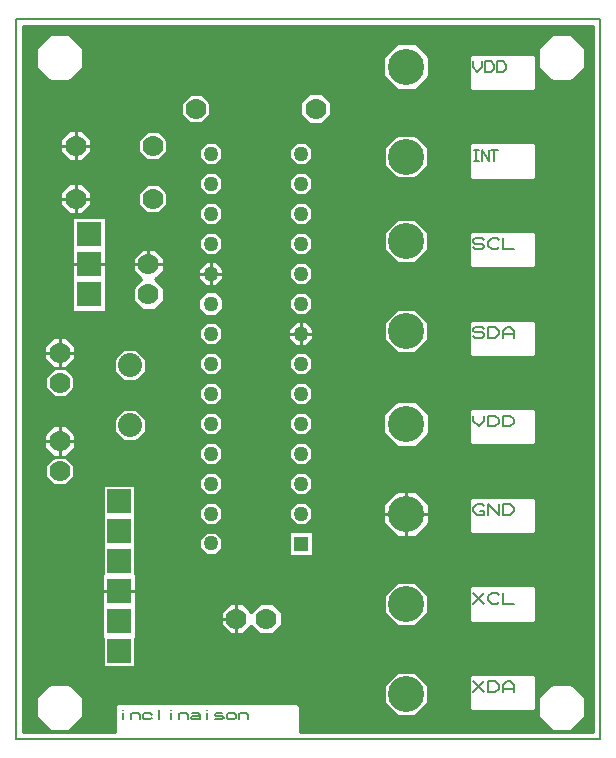
<source format=gbr>
G04 PROTEUS GERBER X2 FILE*
%TF.GenerationSoftware,Labcenter,Proteus,8.12-SP2-Build31155*%
%TF.CreationDate,2022-10-21T15:13:51+00:00*%
%TF.FileFunction,Copper,L1,Top*%
%TF.FilePolarity,Positive*%
%TF.Part,Single*%
%TF.SameCoordinates,{a4a464b1-79f5-4a4b-a632-db850109d18e}*%
%FSLAX45Y45*%
%MOMM*%
G01*
%TA.AperFunction,Conductor*%
%ADD10C,0.254000*%
%TA.AperFunction,ComponentPad*%
%ADD11C,3.048000*%
%ADD12C,1.778000*%
%TA.AperFunction,ComponentPad*%
%ADD13R,1.270000X1.270000*%
%ADD14C,1.270000*%
%TA.AperFunction,ComponentPad*%
%ADD15R,2.032000X2.032000*%
%TA.AperFunction,ComponentPad*%
%ADD16C,2.032000*%
%TA.AperFunction,Profile*%
%ADD17C,0.203200*%
%TA.AperFunction,NonConductor*%
%ADD18C,0.203200*%
%TD.AperFunction*%
G36*
X-2735960Y-955040D02*
X-5216980Y-955040D01*
X-5216980Y-736324D01*
X-5236324Y-716980D01*
X-6763676Y-716980D01*
X-6783020Y-736324D01*
X-6783020Y-955040D01*
X-7559040Y-955040D01*
X-7559040Y+5019040D01*
X-2735960Y+5019040D01*
X-2735960Y-955040D01*
G37*
%LPC*%
G36*
X-3216980Y+4763676D02*
X-3216980Y+4486324D01*
X-3236324Y+4466980D01*
X-3763676Y+4466980D01*
X-3783020Y+4486324D01*
X-3783020Y+4763676D01*
X-3763676Y+4783020D01*
X-3236324Y+4783020D01*
X-3216980Y+4763676D01*
G37*
G36*
X-3216980Y+4013676D02*
X-3216980Y+3736324D01*
X-3236324Y+3716980D01*
X-3763676Y+3716980D01*
X-3783020Y+3736324D01*
X-3783020Y+4013676D01*
X-3763676Y+4033020D01*
X-3236324Y+4033020D01*
X-3216980Y+4013676D01*
G37*
G36*
X-3216980Y+3263676D02*
X-3216980Y+2986324D01*
X-3236324Y+2966980D01*
X-3763676Y+2966980D01*
X-3783020Y+2986324D01*
X-3783020Y+3263676D01*
X-3763676Y+3283020D01*
X-3236324Y+3283020D01*
X-3216980Y+3263676D01*
G37*
G36*
X-3216980Y+2513676D02*
X-3216980Y+2236324D01*
X-3236324Y+2216980D01*
X-3763676Y+2216980D01*
X-3783020Y+2236324D01*
X-3783020Y+2513676D01*
X-3763676Y+2533020D01*
X-3236324Y+2533020D01*
X-3216980Y+2513676D01*
G37*
G36*
X-3216980Y+1763676D02*
X-3216980Y+1486324D01*
X-3236324Y+1466980D01*
X-3763676Y+1466980D01*
X-3783020Y+1486324D01*
X-3783020Y+1763676D01*
X-3763676Y+1783020D01*
X-3236324Y+1783020D01*
X-3216980Y+1763676D01*
G37*
G36*
X-3216980Y+1013676D02*
X-3216980Y+736324D01*
X-3236324Y+716980D01*
X-3763676Y+716980D01*
X-3783020Y+736324D01*
X-3783020Y+1013676D01*
X-3763676Y+1033020D01*
X-3236324Y+1033020D01*
X-3216980Y+1013676D01*
G37*
G36*
X-3216980Y+263676D02*
X-3216980Y-13676D01*
X-3236324Y-33020D01*
X-3763676Y-33020D01*
X-3783020Y-13676D01*
X-3783020Y+263676D01*
X-3763676Y+283020D01*
X-3236324Y+283020D01*
X-3216980Y+263676D01*
G37*
G36*
X-3216980Y-486324D02*
X-3216980Y-763676D01*
X-3236324Y-783020D01*
X-3763676Y-783020D01*
X-3783020Y-763676D01*
X-3783020Y-486324D01*
X-3763676Y-466980D01*
X-3236324Y-466980D01*
X-3216980Y-486324D01*
G37*
G36*
X-4128581Y+3275803D02*
X-4128581Y+3122197D01*
X-4237197Y+3013581D01*
X-4390803Y+3013581D01*
X-4499419Y+3122197D01*
X-4499419Y+3275803D01*
X-4390803Y+3384419D01*
X-4237197Y+3384419D01*
X-4128581Y+3275803D01*
G37*
G36*
X-4128581Y+2513803D02*
X-4128581Y+2360197D01*
X-4237197Y+2251581D01*
X-4390803Y+2251581D01*
X-4499419Y+2360197D01*
X-4499419Y+2513803D01*
X-4390803Y+2622419D01*
X-4237197Y+2622419D01*
X-4128581Y+2513803D01*
G37*
G36*
X-4118421Y+4756011D02*
X-4118421Y+4593989D01*
X-4232989Y+4479421D01*
X-4395011Y+4479421D01*
X-4509579Y+4593989D01*
X-4509579Y+4756011D01*
X-4395011Y+4870579D01*
X-4232989Y+4870579D01*
X-4118421Y+4756011D01*
G37*
G36*
X-4128581Y+3989803D02*
X-4128581Y+3836197D01*
X-4237197Y+3727581D01*
X-4390803Y+3727581D01*
X-4499419Y+3836197D01*
X-4499419Y+3989803D01*
X-4390803Y+4098419D01*
X-4237197Y+4098419D01*
X-4128581Y+3989803D01*
G37*
G36*
X-4128581Y+203803D02*
X-4128581Y+50197D01*
X-4237197Y-58419D01*
X-4390803Y-58419D01*
X-4499419Y+50197D01*
X-4499419Y+203803D01*
X-4390803Y+312419D01*
X-4237197Y+312419D01*
X-4128581Y+203803D01*
G37*
G36*
X-4128581Y-558197D02*
X-4128581Y-711803D01*
X-4237197Y-820419D01*
X-4390803Y-820419D01*
X-4499419Y-711803D01*
X-4499419Y-558197D01*
X-4390803Y-449581D01*
X-4237197Y-449581D01*
X-4128581Y-558197D01*
G37*
G36*
X-4118421Y+1732011D02*
X-4118421Y+1569989D01*
X-4232989Y+1455421D01*
X-4395011Y+1455421D01*
X-4509579Y+1569989D01*
X-4509579Y+1732011D01*
X-4395011Y+1846579D01*
X-4232989Y+1846579D01*
X-4118421Y+1732011D01*
G37*
G36*
X-4118421Y+970011D02*
X-4118421Y+807989D01*
X-4232989Y+693421D01*
X-4395011Y+693421D01*
X-4509579Y+807989D01*
X-4509579Y+970011D01*
X-4395011Y+1084579D01*
X-4232989Y+1084579D01*
X-4118421Y+970011D01*
G37*
G36*
X-6217919Y+4267499D02*
X-6217919Y+4368501D01*
X-6146501Y+4439919D01*
X-6045499Y+4439919D01*
X-5974081Y+4368501D01*
X-5974081Y+4267499D01*
X-6045499Y+4196081D01*
X-6146501Y+4196081D01*
X-6217919Y+4267499D01*
G37*
G36*
X-5212079Y+4263291D02*
X-5212079Y+4372709D01*
X-5134709Y+4450079D01*
X-5025291Y+4450079D01*
X-4947921Y+4372709D01*
X-4947921Y+4263291D01*
X-5025291Y+4185921D01*
X-5134709Y+4185921D01*
X-5212079Y+4263291D01*
G37*
G36*
X-7244079Y+3951291D02*
X-7244079Y+4060709D01*
X-7166709Y+4138079D01*
X-7057291Y+4138079D01*
X-6979921Y+4060709D01*
X-6979921Y+3951291D01*
X-7057291Y+3873921D01*
X-7166709Y+3873921D01*
X-7244079Y+3951291D01*
G37*
G36*
X-6583919Y+3955499D02*
X-6583919Y+4056501D01*
X-6512501Y+4127919D01*
X-6411499Y+4127919D01*
X-6340081Y+4056501D01*
X-6340081Y+3955499D01*
X-6411499Y+3884081D01*
X-6512501Y+3884081D01*
X-6583919Y+3955499D01*
G37*
G36*
X-6583919Y+3505499D02*
X-6583919Y+3606501D01*
X-6512501Y+3677919D01*
X-6411499Y+3677919D01*
X-6340081Y+3606501D01*
X-6340081Y+3505499D01*
X-6411499Y+3434081D01*
X-6512501Y+3434081D01*
X-6583919Y+3505499D01*
G37*
G36*
X-7244079Y+3501291D02*
X-7244079Y+3610709D01*
X-7166709Y+3688079D01*
X-7057291Y+3688079D01*
X-6979921Y+3610709D01*
X-6979921Y+3501291D01*
X-7057291Y+3423921D01*
X-7166709Y+3423921D01*
X-7244079Y+3501291D01*
G37*
G36*
X-5102861Y+530861D02*
X-5311139Y+530861D01*
X-5311139Y+739139D01*
X-5102861Y+739139D01*
X-5102861Y+530861D01*
G37*
G36*
X-5110481Y+928979D02*
X-5110481Y+849021D01*
X-5167021Y+792481D01*
X-5246979Y+792481D01*
X-5303519Y+849021D01*
X-5303519Y+928979D01*
X-5246979Y+985519D01*
X-5167021Y+985519D01*
X-5110481Y+928979D01*
G37*
G36*
X-5110481Y+1182979D02*
X-5110481Y+1103021D01*
X-5167021Y+1046481D01*
X-5246979Y+1046481D01*
X-5303519Y+1103021D01*
X-5303519Y+1182979D01*
X-5246979Y+1239519D01*
X-5167021Y+1239519D01*
X-5110481Y+1182979D01*
G37*
G36*
X-5110481Y+1436979D02*
X-5110481Y+1357021D01*
X-5167021Y+1300481D01*
X-5246979Y+1300481D01*
X-5303519Y+1357021D01*
X-5303519Y+1436979D01*
X-5246979Y+1493519D01*
X-5167021Y+1493519D01*
X-5110481Y+1436979D01*
G37*
G36*
X-5110481Y+1690979D02*
X-5110481Y+1611021D01*
X-5167021Y+1554481D01*
X-5246979Y+1554481D01*
X-5303519Y+1611021D01*
X-5303519Y+1690979D01*
X-5246979Y+1747519D01*
X-5167021Y+1747519D01*
X-5110481Y+1690979D01*
G37*
G36*
X-5110481Y+1944979D02*
X-5110481Y+1865021D01*
X-5167021Y+1808481D01*
X-5246979Y+1808481D01*
X-5303519Y+1865021D01*
X-5303519Y+1944979D01*
X-5246979Y+2001519D01*
X-5167021Y+2001519D01*
X-5110481Y+1944979D01*
G37*
G36*
X-5110481Y+2198979D02*
X-5110481Y+2119021D01*
X-5167021Y+2062481D01*
X-5246979Y+2062481D01*
X-5303519Y+2119021D01*
X-5303519Y+2198979D01*
X-5246979Y+2255519D01*
X-5167021Y+2255519D01*
X-5110481Y+2198979D01*
G37*
G36*
X-5100321Y+2457188D02*
X-5100321Y+2368812D01*
X-5162812Y+2306321D01*
X-5251188Y+2306321D01*
X-5313679Y+2368812D01*
X-5313679Y+2457188D01*
X-5251188Y+2519679D01*
X-5162812Y+2519679D01*
X-5100321Y+2457188D01*
G37*
G36*
X-5110481Y+2706979D02*
X-5110481Y+2627021D01*
X-5167021Y+2570481D01*
X-5246979Y+2570481D01*
X-5303519Y+2627021D01*
X-5303519Y+2706979D01*
X-5246979Y+2763519D01*
X-5167021Y+2763519D01*
X-5110481Y+2706979D01*
G37*
G36*
X-5110481Y+2960979D02*
X-5110481Y+2881021D01*
X-5167021Y+2824481D01*
X-5246979Y+2824481D01*
X-5303519Y+2881021D01*
X-5303519Y+2960979D01*
X-5246979Y+3017519D01*
X-5167021Y+3017519D01*
X-5110481Y+2960979D01*
G37*
G36*
X-5110481Y+3214979D02*
X-5110481Y+3135021D01*
X-5167021Y+3078481D01*
X-5246979Y+3078481D01*
X-5303519Y+3135021D01*
X-5303519Y+3214979D01*
X-5246979Y+3271519D01*
X-5167021Y+3271519D01*
X-5110481Y+3214979D01*
G37*
G36*
X-5110481Y+3468979D02*
X-5110481Y+3389021D01*
X-5167021Y+3332481D01*
X-5246979Y+3332481D01*
X-5303519Y+3389021D01*
X-5303519Y+3468979D01*
X-5246979Y+3525519D01*
X-5167021Y+3525519D01*
X-5110481Y+3468979D01*
G37*
G36*
X-5110481Y+3722979D02*
X-5110481Y+3643021D01*
X-5167021Y+3586481D01*
X-5246979Y+3586481D01*
X-5303519Y+3643021D01*
X-5303519Y+3722979D01*
X-5246979Y+3779519D01*
X-5167021Y+3779519D01*
X-5110481Y+3722979D01*
G37*
G36*
X-5110481Y+3976979D02*
X-5110481Y+3897021D01*
X-5167021Y+3840481D01*
X-5246979Y+3840481D01*
X-5303519Y+3897021D01*
X-5303519Y+3976979D01*
X-5246979Y+4033519D01*
X-5167021Y+4033519D01*
X-5110481Y+3976979D01*
G37*
G36*
X-5872481Y+3976979D02*
X-5872481Y+3897021D01*
X-5929021Y+3840481D01*
X-6008979Y+3840481D01*
X-6065519Y+3897021D01*
X-6065519Y+3976979D01*
X-6008979Y+4033519D01*
X-5929021Y+4033519D01*
X-5872481Y+3976979D01*
G37*
G36*
X-5872481Y+3722979D02*
X-5872481Y+3643021D01*
X-5929021Y+3586481D01*
X-6008979Y+3586481D01*
X-6065519Y+3643021D01*
X-6065519Y+3722979D01*
X-6008979Y+3779519D01*
X-5929021Y+3779519D01*
X-5872481Y+3722979D01*
G37*
G36*
X-5872481Y+3468979D02*
X-5872481Y+3389021D01*
X-5929021Y+3332481D01*
X-6008979Y+3332481D01*
X-6065519Y+3389021D01*
X-6065519Y+3468979D01*
X-6008979Y+3525519D01*
X-5929021Y+3525519D01*
X-5872481Y+3468979D01*
G37*
G36*
X-5872481Y+3214979D02*
X-5872481Y+3135021D01*
X-5929021Y+3078481D01*
X-6008979Y+3078481D01*
X-6065519Y+3135021D01*
X-6065519Y+3214979D01*
X-6008979Y+3271519D01*
X-5929021Y+3271519D01*
X-5872481Y+3214979D01*
G37*
G36*
X-5862321Y+2965188D02*
X-5862321Y+2876812D01*
X-5924812Y+2814321D01*
X-6013188Y+2814321D01*
X-6075679Y+2876812D01*
X-6075679Y+2965188D01*
X-6013188Y+3027679D01*
X-5924812Y+3027679D01*
X-5862321Y+2965188D01*
G37*
G36*
X-5862321Y+2711188D02*
X-5862321Y+2622812D01*
X-5924812Y+2560321D01*
X-6013188Y+2560321D01*
X-6075679Y+2622812D01*
X-6075679Y+2711188D01*
X-6013188Y+2773679D01*
X-5924812Y+2773679D01*
X-5862321Y+2711188D01*
G37*
G36*
X-5872481Y+2452979D02*
X-5872481Y+2373021D01*
X-5929021Y+2316481D01*
X-6008979Y+2316481D01*
X-6065519Y+2373021D01*
X-6065519Y+2452979D01*
X-6008979Y+2509519D01*
X-5929021Y+2509519D01*
X-5872481Y+2452979D01*
G37*
G36*
X-5872481Y+2198979D02*
X-5872481Y+2119021D01*
X-5929021Y+2062481D01*
X-6008979Y+2062481D01*
X-6065519Y+2119021D01*
X-6065519Y+2198979D01*
X-6008979Y+2255519D01*
X-5929021Y+2255519D01*
X-5872481Y+2198979D01*
G37*
G36*
X-5872481Y+1944979D02*
X-5872481Y+1865021D01*
X-5929021Y+1808481D01*
X-6008979Y+1808481D01*
X-6065519Y+1865021D01*
X-6065519Y+1944979D01*
X-6008979Y+2001519D01*
X-5929021Y+2001519D01*
X-5872481Y+1944979D01*
G37*
G36*
X-5872481Y+1690979D02*
X-5872481Y+1611021D01*
X-5929021Y+1554481D01*
X-6008979Y+1554481D01*
X-6065519Y+1611021D01*
X-6065519Y+1690979D01*
X-6008979Y+1747519D01*
X-5929021Y+1747519D01*
X-5872481Y+1690979D01*
G37*
G36*
X-5872481Y+1436979D02*
X-5872481Y+1357021D01*
X-5929021Y+1300481D01*
X-6008979Y+1300481D01*
X-6065519Y+1357021D01*
X-6065519Y+1436979D01*
X-6008979Y+1493519D01*
X-5929021Y+1493519D01*
X-5872481Y+1436979D01*
G37*
G36*
X-5872481Y+1182979D02*
X-5872481Y+1103021D01*
X-5929021Y+1046481D01*
X-6008979Y+1046481D01*
X-6065519Y+1103021D01*
X-6065519Y+1182979D01*
X-6008979Y+1239519D01*
X-5929021Y+1239519D01*
X-5872481Y+1182979D01*
G37*
G36*
X-5872481Y+928979D02*
X-5872481Y+849021D01*
X-5929021Y+792481D01*
X-6008979Y+792481D01*
X-6065519Y+849021D01*
X-6065519Y+928979D01*
X-6008979Y+985519D01*
X-5929021Y+985519D01*
X-5872481Y+928979D01*
G37*
G36*
X-5872481Y+676979D02*
X-5872481Y+597021D01*
X-5929021Y+540481D01*
X-6008979Y+540481D01*
X-6065519Y+597021D01*
X-6065519Y+676979D01*
X-6008979Y+733519D01*
X-5929021Y+733519D01*
X-5872481Y+676979D01*
G37*
G36*
X-6855221Y+3109221D02*
X-6855221Y+2601221D01*
X-7144779Y+2601221D01*
X-7144779Y+3398779D01*
X-6855221Y+3398779D01*
X-6855221Y+3109221D01*
G37*
G36*
X-6599239Y+1503381D02*
X-6710761Y+1503381D01*
X-6789619Y+1582239D01*
X-6789619Y+1693761D01*
X-6710761Y+1772619D01*
X-6599239Y+1772619D01*
X-6520381Y+1693761D01*
X-6520381Y+1582239D01*
X-6599239Y+1503381D01*
G37*
G36*
X-6599239Y+2011381D02*
X-6710761Y+2011381D01*
X-6789619Y+2090239D01*
X-6789619Y+2201761D01*
X-6710761Y+2280619D01*
X-6599239Y+2280619D01*
X-6520381Y+2201761D01*
X-6520381Y+2090239D01*
X-6599239Y+2011381D01*
G37*
G36*
X-5367921Y+54709D02*
X-5367921Y-54709D01*
X-5445291Y-132079D01*
X-5554709Y-132079D01*
X-5627000Y-59788D01*
X-5699291Y-132079D01*
X-5808709Y-132079D01*
X-5886079Y-54709D01*
X-5886079Y+54709D01*
X-5808709Y+132079D01*
X-5699291Y+132079D01*
X-5627000Y+59788D01*
X-5554709Y+132079D01*
X-5445291Y+132079D01*
X-5367921Y+54709D01*
G37*
G36*
X-6367921Y+3054709D02*
X-6367921Y+2945291D01*
X-6440212Y+2873000D01*
X-6367921Y+2800709D01*
X-6367921Y+2691291D01*
X-6445291Y+2613921D01*
X-6554709Y+2613921D01*
X-6632079Y+2691291D01*
X-6632079Y+2800709D01*
X-6559788Y+2873000D01*
X-6632079Y+2945291D01*
X-6632079Y+3054709D01*
X-6554709Y+3132079D01*
X-6445291Y+3132079D01*
X-6367921Y+3054709D01*
G37*
G36*
X-7304709Y+2386079D02*
X-7195291Y+2386079D01*
X-7117921Y+2308709D01*
X-7117921Y+2199291D01*
X-7195291Y+2121921D01*
X-7304709Y+2121921D01*
X-7382079Y+2199291D01*
X-7382079Y+2308709D01*
X-7304709Y+2386079D01*
G37*
G36*
X-7300501Y+2121919D02*
X-7199499Y+2121919D01*
X-7128081Y+2050501D01*
X-7128081Y+1949499D01*
X-7199499Y+1878081D01*
X-7300501Y+1878081D01*
X-7371919Y+1949499D01*
X-7371919Y+2050501D01*
X-7300501Y+2121919D01*
G37*
G36*
X-7304709Y+1636079D02*
X-7195291Y+1636079D01*
X-7117921Y+1558709D01*
X-7117921Y+1449291D01*
X-7195291Y+1371921D01*
X-7304709Y+1371921D01*
X-7382079Y+1449291D01*
X-7382079Y+1558709D01*
X-7304709Y+1636079D01*
G37*
G36*
X-7300501Y+1371919D02*
X-7199499Y+1371919D01*
X-7128081Y+1300501D01*
X-7128081Y+1199499D01*
X-7199499Y+1128081D01*
X-7300501Y+1128081D01*
X-7371919Y+1199499D01*
X-7371919Y+1300501D01*
X-7300501Y+1371919D01*
G37*
G36*
X-6615381Y+865381D02*
X-6615381Y+382779D01*
X-6605221Y+382779D01*
X-6605221Y-160779D01*
X-6615381Y-160779D01*
X-6615381Y-404619D01*
X-6884619Y-404619D01*
X-6884619Y-160779D01*
X-6894779Y-160779D01*
X-6894779Y+382779D01*
X-6884619Y+382779D01*
X-6884619Y+1134619D01*
X-6615381Y+1134619D01*
X-6615381Y+865381D01*
G37*
G36*
X-7450799Y+4666826D02*
X-7450799Y+4833174D01*
X-7333174Y+4950799D01*
X-7166826Y+4950799D01*
X-7049201Y+4833174D01*
X-7049201Y+4666826D01*
X-7166826Y+4549201D01*
X-7333174Y+4549201D01*
X-7450799Y+4666826D01*
G37*
G36*
X-3200799Y+4666826D02*
X-3200799Y+4833174D01*
X-3083174Y+4950799D01*
X-2916826Y+4950799D01*
X-2799201Y+4833174D01*
X-2799201Y+4666826D01*
X-2916826Y+4549201D01*
X-3083174Y+4549201D01*
X-3200799Y+4666826D01*
G37*
G36*
X-3200799Y-833174D02*
X-3200799Y-666826D01*
X-3083174Y-549201D01*
X-2916826Y-549201D01*
X-2799201Y-666826D01*
X-2799201Y-833174D01*
X-2916826Y-950799D01*
X-3083174Y-950799D01*
X-3200799Y-833174D01*
G37*
G36*
X-7450799Y-833174D02*
X-7450799Y-666826D01*
X-7333174Y-549201D01*
X-7166826Y-549201D01*
X-7049201Y-666826D01*
X-7049201Y-833174D01*
X-7166826Y-950799D01*
X-7333174Y-950799D01*
X-7450799Y-833174D01*
G37*
%LPD*%
D10*
X-2735960Y-955040D02*
X-5216980Y-955040D01*
X-5216980Y-736324D01*
X-5236324Y-716980D01*
X-6763676Y-716980D01*
X-6783020Y-736324D01*
X-6783020Y-955040D01*
X-7559040Y-955040D01*
X-7559040Y+5019040D01*
X-2735960Y+5019040D01*
X-2735960Y-955040D01*
X-3216980Y+4763676D02*
X-3216980Y+4486324D01*
X-3236324Y+4466980D01*
X-3763676Y+4466980D01*
X-3783020Y+4486324D01*
X-3783020Y+4763676D01*
X-3763676Y+4783020D01*
X-3236324Y+4783020D01*
X-3216980Y+4763676D01*
X-3216980Y+4013676D02*
X-3216980Y+3736324D01*
X-3236324Y+3716980D01*
X-3763676Y+3716980D01*
X-3783020Y+3736324D01*
X-3783020Y+4013676D01*
X-3763676Y+4033020D01*
X-3236324Y+4033020D01*
X-3216980Y+4013676D01*
X-3216980Y+3263676D02*
X-3216980Y+2986324D01*
X-3236324Y+2966980D01*
X-3763676Y+2966980D01*
X-3783020Y+2986324D01*
X-3783020Y+3263676D01*
X-3763676Y+3283020D01*
X-3236324Y+3283020D01*
X-3216980Y+3263676D01*
X-3216980Y+2513676D02*
X-3216980Y+2236324D01*
X-3236324Y+2216980D01*
X-3763676Y+2216980D01*
X-3783020Y+2236324D01*
X-3783020Y+2513676D01*
X-3763676Y+2533020D01*
X-3236324Y+2533020D01*
X-3216980Y+2513676D01*
X-3216980Y+1763676D02*
X-3216980Y+1486324D01*
X-3236324Y+1466980D01*
X-3763676Y+1466980D01*
X-3783020Y+1486324D01*
X-3783020Y+1763676D01*
X-3763676Y+1783020D01*
X-3236324Y+1783020D01*
X-3216980Y+1763676D01*
X-3216980Y+1013676D02*
X-3216980Y+736324D01*
X-3236324Y+716980D01*
X-3763676Y+716980D01*
X-3783020Y+736324D01*
X-3783020Y+1013676D01*
X-3763676Y+1033020D01*
X-3236324Y+1033020D01*
X-3216980Y+1013676D01*
X-3216980Y+263676D02*
X-3216980Y-13676D01*
X-3236324Y-33020D01*
X-3763676Y-33020D01*
X-3783020Y-13676D01*
X-3783020Y+263676D01*
X-3763676Y+283020D01*
X-3236324Y+283020D01*
X-3216980Y+263676D01*
X-3216980Y-486324D02*
X-3216980Y-763676D01*
X-3236324Y-783020D01*
X-3763676Y-783020D01*
X-3783020Y-763676D01*
X-3783020Y-486324D01*
X-3763676Y-466980D01*
X-3236324Y-466980D01*
X-3216980Y-486324D01*
X-4128581Y+3275803D02*
X-4128581Y+3122197D01*
X-4237197Y+3013581D01*
X-4390803Y+3013581D01*
X-4499419Y+3122197D01*
X-4499419Y+3275803D01*
X-4390803Y+3384419D01*
X-4237197Y+3384419D01*
X-4128581Y+3275803D01*
X-4128581Y+2513803D02*
X-4128581Y+2360197D01*
X-4237197Y+2251581D01*
X-4390803Y+2251581D01*
X-4499419Y+2360197D01*
X-4499419Y+2513803D01*
X-4390803Y+2622419D01*
X-4237197Y+2622419D01*
X-4128581Y+2513803D01*
X-4118421Y+4756011D02*
X-4118421Y+4593989D01*
X-4232989Y+4479421D01*
X-4395011Y+4479421D01*
X-4509579Y+4593989D01*
X-4509579Y+4756011D01*
X-4395011Y+4870579D01*
X-4232989Y+4870579D01*
X-4118421Y+4756011D01*
X-4128581Y+3989803D02*
X-4128581Y+3836197D01*
X-4237197Y+3727581D01*
X-4390803Y+3727581D01*
X-4499419Y+3836197D01*
X-4499419Y+3989803D01*
X-4390803Y+4098419D01*
X-4237197Y+4098419D01*
X-4128581Y+3989803D01*
X-4128581Y+203803D02*
X-4128581Y+50197D01*
X-4237197Y-58419D01*
X-4390803Y-58419D01*
X-4499419Y+50197D01*
X-4499419Y+203803D01*
X-4390803Y+312419D01*
X-4237197Y+312419D01*
X-4128581Y+203803D01*
X-4128581Y-558197D02*
X-4128581Y-711803D01*
X-4237197Y-820419D01*
X-4390803Y-820419D01*
X-4499419Y-711803D01*
X-4499419Y-558197D01*
X-4390803Y-449581D01*
X-4237197Y-449581D01*
X-4128581Y-558197D01*
X-4118421Y+1732011D02*
X-4118421Y+1569989D01*
X-4232989Y+1455421D01*
X-4395011Y+1455421D01*
X-4509579Y+1569989D01*
X-4509579Y+1732011D01*
X-4395011Y+1846579D01*
X-4232989Y+1846579D01*
X-4118421Y+1732011D01*
X-4118421Y+970011D02*
X-4118421Y+807989D01*
X-4232989Y+693421D01*
X-4395011Y+693421D01*
X-4509579Y+807989D01*
X-4509579Y+970011D01*
X-4395011Y+1084579D01*
X-4232989Y+1084579D01*
X-4118421Y+970011D01*
X-6217919Y+4267499D02*
X-6217919Y+4368501D01*
X-6146501Y+4439919D01*
X-6045499Y+4439919D01*
X-5974081Y+4368501D01*
X-5974081Y+4267499D01*
X-6045499Y+4196081D01*
X-6146501Y+4196081D01*
X-6217919Y+4267499D01*
X-5212079Y+4263291D02*
X-5212079Y+4372709D01*
X-5134709Y+4450079D01*
X-5025291Y+4450079D01*
X-4947921Y+4372709D01*
X-4947921Y+4263291D01*
X-5025291Y+4185921D01*
X-5134709Y+4185921D01*
X-5212079Y+4263291D01*
X-7244079Y+3951291D02*
X-7244079Y+4060709D01*
X-7166709Y+4138079D01*
X-7057291Y+4138079D01*
X-6979921Y+4060709D01*
X-6979921Y+3951291D01*
X-7057291Y+3873921D01*
X-7166709Y+3873921D01*
X-7244079Y+3951291D01*
X-6583919Y+3955499D02*
X-6583919Y+4056501D01*
X-6512501Y+4127919D01*
X-6411499Y+4127919D01*
X-6340081Y+4056501D01*
X-6340081Y+3955499D01*
X-6411499Y+3884081D01*
X-6512501Y+3884081D01*
X-6583919Y+3955499D01*
X-6583919Y+3505499D02*
X-6583919Y+3606501D01*
X-6512501Y+3677919D01*
X-6411499Y+3677919D01*
X-6340081Y+3606501D01*
X-6340081Y+3505499D01*
X-6411499Y+3434081D01*
X-6512501Y+3434081D01*
X-6583919Y+3505499D01*
X-7244079Y+3501291D02*
X-7244079Y+3610709D01*
X-7166709Y+3688079D01*
X-7057291Y+3688079D01*
X-6979921Y+3610709D01*
X-6979921Y+3501291D01*
X-7057291Y+3423921D01*
X-7166709Y+3423921D01*
X-7244079Y+3501291D01*
X-5102861Y+530861D02*
X-5311139Y+530861D01*
X-5311139Y+739139D01*
X-5102861Y+739139D01*
X-5102861Y+530861D01*
X-5110481Y+928979D02*
X-5110481Y+849021D01*
X-5167021Y+792481D01*
X-5246979Y+792481D01*
X-5303519Y+849021D01*
X-5303519Y+928979D01*
X-5246979Y+985519D01*
X-5167021Y+985519D01*
X-5110481Y+928979D01*
X-5110481Y+1182979D02*
X-5110481Y+1103021D01*
X-5167021Y+1046481D01*
X-5246979Y+1046481D01*
X-5303519Y+1103021D01*
X-5303519Y+1182979D01*
X-5246979Y+1239519D01*
X-5167021Y+1239519D01*
X-5110481Y+1182979D01*
X-5110481Y+1436979D02*
X-5110481Y+1357021D01*
X-5167021Y+1300481D01*
X-5246979Y+1300481D01*
X-5303519Y+1357021D01*
X-5303519Y+1436979D01*
X-5246979Y+1493519D01*
X-5167021Y+1493519D01*
X-5110481Y+1436979D01*
X-5110481Y+1690979D02*
X-5110481Y+1611021D01*
X-5167021Y+1554481D01*
X-5246979Y+1554481D01*
X-5303519Y+1611021D01*
X-5303519Y+1690979D01*
X-5246979Y+1747519D01*
X-5167021Y+1747519D01*
X-5110481Y+1690979D01*
X-5110481Y+1944979D02*
X-5110481Y+1865021D01*
X-5167021Y+1808481D01*
X-5246979Y+1808481D01*
X-5303519Y+1865021D01*
X-5303519Y+1944979D01*
X-5246979Y+2001519D01*
X-5167021Y+2001519D01*
X-5110481Y+1944979D01*
X-5110481Y+2198979D02*
X-5110481Y+2119021D01*
X-5167021Y+2062481D01*
X-5246979Y+2062481D01*
X-5303519Y+2119021D01*
X-5303519Y+2198979D01*
X-5246979Y+2255519D01*
X-5167021Y+2255519D01*
X-5110481Y+2198979D01*
X-5100321Y+2457188D02*
X-5100321Y+2368812D01*
X-5162812Y+2306321D01*
X-5251188Y+2306321D01*
X-5313679Y+2368812D01*
X-5313679Y+2457188D01*
X-5251188Y+2519679D01*
X-5162812Y+2519679D01*
X-5100321Y+2457188D01*
X-5110481Y+2706979D02*
X-5110481Y+2627021D01*
X-5167021Y+2570481D01*
X-5246979Y+2570481D01*
X-5303519Y+2627021D01*
X-5303519Y+2706979D01*
X-5246979Y+2763519D01*
X-5167021Y+2763519D01*
X-5110481Y+2706979D01*
X-5110481Y+2960979D02*
X-5110481Y+2881021D01*
X-5167021Y+2824481D01*
X-5246979Y+2824481D01*
X-5303519Y+2881021D01*
X-5303519Y+2960979D01*
X-5246979Y+3017519D01*
X-5167021Y+3017519D01*
X-5110481Y+2960979D01*
X-5110481Y+3214979D02*
X-5110481Y+3135021D01*
X-5167021Y+3078481D01*
X-5246979Y+3078481D01*
X-5303519Y+3135021D01*
X-5303519Y+3214979D01*
X-5246979Y+3271519D01*
X-5167021Y+3271519D01*
X-5110481Y+3214979D01*
X-5110481Y+3468979D02*
X-5110481Y+3389021D01*
X-5167021Y+3332481D01*
X-5246979Y+3332481D01*
X-5303519Y+3389021D01*
X-5303519Y+3468979D01*
X-5246979Y+3525519D01*
X-5167021Y+3525519D01*
X-5110481Y+3468979D01*
X-5110481Y+3722979D02*
X-5110481Y+3643021D01*
X-5167021Y+3586481D01*
X-5246979Y+3586481D01*
X-5303519Y+3643021D01*
X-5303519Y+3722979D01*
X-5246979Y+3779519D01*
X-5167021Y+3779519D01*
X-5110481Y+3722979D01*
X-5110481Y+3976979D02*
X-5110481Y+3897021D01*
X-5167021Y+3840481D01*
X-5246979Y+3840481D01*
X-5303519Y+3897021D01*
X-5303519Y+3976979D01*
X-5246979Y+4033519D01*
X-5167021Y+4033519D01*
X-5110481Y+3976979D01*
X-5872481Y+3976979D02*
X-5872481Y+3897021D01*
X-5929021Y+3840481D01*
X-6008979Y+3840481D01*
X-6065519Y+3897021D01*
X-6065519Y+3976979D01*
X-6008979Y+4033519D01*
X-5929021Y+4033519D01*
X-5872481Y+3976979D01*
X-5872481Y+3722979D02*
X-5872481Y+3643021D01*
X-5929021Y+3586481D01*
X-6008979Y+3586481D01*
X-6065519Y+3643021D01*
X-6065519Y+3722979D01*
X-6008979Y+3779519D01*
X-5929021Y+3779519D01*
X-5872481Y+3722979D01*
X-5872481Y+3468979D02*
X-5872481Y+3389021D01*
X-5929021Y+3332481D01*
X-6008979Y+3332481D01*
X-6065519Y+3389021D01*
X-6065519Y+3468979D01*
X-6008979Y+3525519D01*
X-5929021Y+3525519D01*
X-5872481Y+3468979D01*
X-5872481Y+3214979D02*
X-5872481Y+3135021D01*
X-5929021Y+3078481D01*
X-6008979Y+3078481D01*
X-6065519Y+3135021D01*
X-6065519Y+3214979D01*
X-6008979Y+3271519D01*
X-5929021Y+3271519D01*
X-5872481Y+3214979D01*
X-5862321Y+2965188D02*
X-5862321Y+2876812D01*
X-5924812Y+2814321D01*
X-6013188Y+2814321D01*
X-6075679Y+2876812D01*
X-6075679Y+2965188D01*
X-6013188Y+3027679D01*
X-5924812Y+3027679D01*
X-5862321Y+2965188D01*
X-5862321Y+2711188D02*
X-5862321Y+2622812D01*
X-5924812Y+2560321D01*
X-6013188Y+2560321D01*
X-6075679Y+2622812D01*
X-6075679Y+2711188D01*
X-6013188Y+2773679D01*
X-5924812Y+2773679D01*
X-5862321Y+2711188D01*
X-5872481Y+2452979D02*
X-5872481Y+2373021D01*
X-5929021Y+2316481D01*
X-6008979Y+2316481D01*
X-6065519Y+2373021D01*
X-6065519Y+2452979D01*
X-6008979Y+2509519D01*
X-5929021Y+2509519D01*
X-5872481Y+2452979D01*
X-5872481Y+2198979D02*
X-5872481Y+2119021D01*
X-5929021Y+2062481D01*
X-6008979Y+2062481D01*
X-6065519Y+2119021D01*
X-6065519Y+2198979D01*
X-6008979Y+2255519D01*
X-5929021Y+2255519D01*
X-5872481Y+2198979D01*
X-5872481Y+1944979D02*
X-5872481Y+1865021D01*
X-5929021Y+1808481D01*
X-6008979Y+1808481D01*
X-6065519Y+1865021D01*
X-6065519Y+1944979D01*
X-6008979Y+2001519D01*
X-5929021Y+2001519D01*
X-5872481Y+1944979D01*
X-5872481Y+1690979D02*
X-5872481Y+1611021D01*
X-5929021Y+1554481D01*
X-6008979Y+1554481D01*
X-6065519Y+1611021D01*
X-6065519Y+1690979D01*
X-6008979Y+1747519D01*
X-5929021Y+1747519D01*
X-5872481Y+1690979D01*
X-5872481Y+1436979D02*
X-5872481Y+1357021D01*
X-5929021Y+1300481D01*
X-6008979Y+1300481D01*
X-6065519Y+1357021D01*
X-6065519Y+1436979D01*
X-6008979Y+1493519D01*
X-5929021Y+1493519D01*
X-5872481Y+1436979D01*
X-5872481Y+1182979D02*
X-5872481Y+1103021D01*
X-5929021Y+1046481D01*
X-6008979Y+1046481D01*
X-6065519Y+1103021D01*
X-6065519Y+1182979D01*
X-6008979Y+1239519D01*
X-5929021Y+1239519D01*
X-5872481Y+1182979D01*
X-5872481Y+928979D02*
X-5872481Y+849021D01*
X-5929021Y+792481D01*
X-6008979Y+792481D01*
X-6065519Y+849021D01*
X-6065519Y+928979D01*
X-6008979Y+985519D01*
X-5929021Y+985519D01*
X-5872481Y+928979D01*
X-5872481Y+676979D02*
X-5872481Y+597021D01*
X-5929021Y+540481D01*
X-6008979Y+540481D01*
X-6065519Y+597021D01*
X-6065519Y+676979D01*
X-6008979Y+733519D01*
X-5929021Y+733519D01*
X-5872481Y+676979D01*
X-6855221Y+3109221D02*
X-6855221Y+2601221D01*
X-7144779Y+2601221D01*
X-7144779Y+3398779D01*
X-6855221Y+3398779D01*
X-6855221Y+3109221D01*
X-6599239Y+1503381D02*
X-6710761Y+1503381D01*
X-6789619Y+1582239D01*
X-6789619Y+1693761D01*
X-6710761Y+1772619D01*
X-6599239Y+1772619D01*
X-6520381Y+1693761D01*
X-6520381Y+1582239D01*
X-6599239Y+1503381D01*
X-6599239Y+2011381D02*
X-6710761Y+2011381D01*
X-6789619Y+2090239D01*
X-6789619Y+2201761D01*
X-6710761Y+2280619D01*
X-6599239Y+2280619D01*
X-6520381Y+2201761D01*
X-6520381Y+2090239D01*
X-6599239Y+2011381D01*
X-5367921Y+54709D02*
X-5367921Y-54709D01*
X-5445291Y-132079D01*
X-5554709Y-132079D01*
X-5627000Y-59788D01*
X-5699291Y-132079D01*
X-5808709Y-132079D01*
X-5886079Y-54709D01*
X-5886079Y+54709D01*
X-5808709Y+132079D01*
X-5699291Y+132079D01*
X-5627000Y+59788D01*
X-5554709Y+132079D01*
X-5445291Y+132079D01*
X-5367921Y+54709D01*
X-6367921Y+3054709D02*
X-6367921Y+2945291D01*
X-6440212Y+2873000D01*
X-6367921Y+2800709D01*
X-6367921Y+2691291D01*
X-6445291Y+2613921D01*
X-6554709Y+2613921D01*
X-6632079Y+2691291D01*
X-6632079Y+2800709D01*
X-6559788Y+2873000D01*
X-6632079Y+2945291D01*
X-6632079Y+3054709D01*
X-6554709Y+3132079D01*
X-6445291Y+3132079D01*
X-6367921Y+3054709D01*
X-7304709Y+2386079D02*
X-7195291Y+2386079D01*
X-7117921Y+2308709D01*
X-7117921Y+2199291D01*
X-7195291Y+2121921D01*
X-7304709Y+2121921D01*
X-7382079Y+2199291D01*
X-7382079Y+2308709D01*
X-7304709Y+2386079D01*
X-7300501Y+2121919D02*
X-7199499Y+2121919D01*
X-7128081Y+2050501D01*
X-7128081Y+1949499D01*
X-7199499Y+1878081D01*
X-7300501Y+1878081D01*
X-7371919Y+1949499D01*
X-7371919Y+2050501D01*
X-7300501Y+2121919D01*
X-7304709Y+1636079D02*
X-7195291Y+1636079D01*
X-7117921Y+1558709D01*
X-7117921Y+1449291D01*
X-7195291Y+1371921D01*
X-7304709Y+1371921D01*
X-7382079Y+1449291D01*
X-7382079Y+1558709D01*
X-7304709Y+1636079D01*
X-7300501Y+1371919D02*
X-7199499Y+1371919D01*
X-7128081Y+1300501D01*
X-7128081Y+1199499D01*
X-7199499Y+1128081D01*
X-7300501Y+1128081D01*
X-7371919Y+1199499D01*
X-7371919Y+1300501D01*
X-7300501Y+1371919D01*
X-6615381Y+865381D02*
X-6615381Y+382779D01*
X-6605221Y+382779D01*
X-6605221Y-160779D01*
X-6615381Y-160779D01*
X-6615381Y-404619D01*
X-6884619Y-404619D01*
X-6884619Y-160779D01*
X-6894779Y-160779D01*
X-6894779Y+382779D01*
X-6884619Y+382779D01*
X-6884619Y+1134619D01*
X-6615381Y+1134619D01*
X-6615381Y+865381D01*
X-7450799Y+4666826D02*
X-7450799Y+4833174D01*
X-7333174Y+4950799D01*
X-7166826Y+4950799D01*
X-7049201Y+4833174D01*
X-7049201Y+4666826D01*
X-7166826Y+4549201D01*
X-7333174Y+4549201D01*
X-7450799Y+4666826D01*
X-3200799Y+4666826D02*
X-3200799Y+4833174D01*
X-3083174Y+4950799D01*
X-2916826Y+4950799D01*
X-2799201Y+4833174D01*
X-2799201Y+4666826D01*
X-2916826Y+4549201D01*
X-3083174Y+4549201D01*
X-3200799Y+4666826D01*
X-3200799Y-833174D02*
X-3200799Y-666826D01*
X-3083174Y-549201D01*
X-2916826Y-549201D01*
X-2799201Y-666826D01*
X-2799201Y-833174D01*
X-2916826Y-950799D01*
X-3083174Y-950799D01*
X-3200799Y-833174D01*
X-7450799Y-833174D02*
X-7450799Y-666826D01*
X-7333174Y-549201D01*
X-7166826Y-549201D01*
X-7049201Y-666826D01*
X-7049201Y-833174D01*
X-7166826Y-950799D01*
X-7333174Y-950799D01*
X-7450799Y-833174D01*
X-4118421Y+889000D02*
X-4314000Y+889000D01*
X-4509579Y+889000D02*
X-4314000Y+889000D01*
X-4314000Y+1084579D02*
X-4314000Y+889000D01*
X-4314000Y+693421D02*
X-4314000Y+889000D01*
X-7244079Y+4006000D02*
X-7112000Y+4006000D01*
X-6979921Y+4006000D02*
X-7112000Y+4006000D01*
X-7112000Y+3873921D02*
X-7112000Y+4006000D01*
X-7112000Y+4138079D02*
X-7112000Y+4006000D01*
X-7244079Y+3556000D02*
X-7112000Y+3556000D01*
X-6979921Y+3556000D02*
X-7112000Y+3556000D01*
X-7112000Y+3423921D02*
X-7112000Y+3556000D01*
X-7112000Y+3688079D02*
X-7112000Y+3556000D01*
X-5100321Y+2413000D02*
X-5207000Y+2413000D01*
X-5313679Y+2413000D02*
X-5207000Y+2413000D01*
X-5207000Y+2519679D02*
X-5207000Y+2413000D01*
X-5207000Y+2306321D02*
X-5207000Y+2413000D01*
X-5862321Y+2921000D02*
X-5969000Y+2921000D01*
X-6075679Y+2921000D02*
X-5969000Y+2921000D01*
X-5969000Y+3027679D02*
X-5969000Y+2921000D01*
X-5969000Y+2814321D02*
X-5969000Y+2921000D01*
X-7144779Y+3000000D02*
X-7000000Y+3000000D01*
X-6855221Y+3000000D02*
X-7000000Y+3000000D01*
X-5886079Y+0D02*
X-5754000Y+0D01*
X-5754000Y-132079D02*
X-5754000Y+0D01*
X-5754000Y+132079D02*
X-5754000Y+0D01*
X-6500000Y+3132079D02*
X-6500000Y+3000000D01*
X-6632079Y+3000000D02*
X-6500000Y+3000000D01*
X-6367921Y+3000000D02*
X-6500000Y+3000000D01*
X-7250000Y+2386079D02*
X-7250000Y+2254000D01*
X-7250000Y+2121921D02*
X-7250000Y+2254000D01*
X-7382079Y+2254000D02*
X-7250000Y+2254000D01*
X-7117921Y+2254000D02*
X-7250000Y+2254000D01*
X-7250000Y+1636079D02*
X-7250000Y+1504000D01*
X-7250000Y+1371921D02*
X-7250000Y+1504000D01*
X-7382079Y+1504000D02*
X-7250000Y+1504000D01*
X-7117921Y+1504000D02*
X-7250000Y+1504000D01*
X-6605221Y+238000D02*
X-6750000Y+238000D01*
X-6894779Y+238000D02*
X-6750000Y+238000D01*
D11*
X-4314000Y+3199000D03*
X-4314000Y+2437000D03*
X-4314000Y+4675000D03*
X-4314000Y+3913000D03*
X-4314000Y+127000D03*
X-4314000Y-635000D03*
X-4314000Y+1651000D03*
X-4314000Y+889000D03*
D12*
X-6096000Y+4318000D03*
X-5080000Y+4318000D03*
X-7112000Y+4006000D03*
X-6462000Y+4006000D03*
X-6462000Y+3556000D03*
X-7112000Y+3556000D03*
D13*
X-5207000Y+635000D03*
D14*
X-5207000Y+889000D03*
X-5207000Y+1143000D03*
X-5207000Y+1397000D03*
X-5207000Y+1651000D03*
X-5207000Y+1905000D03*
X-5207000Y+2159000D03*
X-5207000Y+2413000D03*
X-5207000Y+2667000D03*
X-5207000Y+2921000D03*
X-5207000Y+3175000D03*
X-5207000Y+3429000D03*
X-5207000Y+3683000D03*
X-5207000Y+3937000D03*
X-5969000Y+3937000D03*
X-5969000Y+3683000D03*
X-5969000Y+3429000D03*
X-5969000Y+3175000D03*
X-5969000Y+2921000D03*
X-5969000Y+2667000D03*
X-5969000Y+2413000D03*
X-5969000Y+2159000D03*
X-5969000Y+1905000D03*
X-5969000Y+1651000D03*
X-5969000Y+1397000D03*
X-5969000Y+1143000D03*
X-5969000Y+889000D03*
X-5969000Y+637000D03*
D15*
X-7000000Y+3254000D03*
X-7000000Y+3000000D03*
X-7000000Y+2746000D03*
D16*
X-6655000Y+1638000D03*
X-6655000Y+2146000D03*
D12*
X-5754000Y+0D03*
X-5500000Y+0D03*
X-6500000Y+3000000D03*
X-6500000Y+2746000D03*
X-7250000Y+2254000D03*
X-7250000Y+2000000D03*
X-7250000Y+1504000D03*
X-7250000Y+1250000D03*
D15*
X-6750000Y-270000D03*
X-6750000Y-16000D03*
X-6750000Y+238000D03*
X-6750000Y+492000D03*
X-6750000Y+746000D03*
X-6750000Y+1000000D03*
D17*
X-7620000Y-1016000D02*
X-2675000Y-1016000D01*
X-2675000Y+5080000D01*
X-7620000Y+5080000D01*
X-7620000Y-1016000D01*
D18*
X-6711900Y-800800D02*
X-6711900Y-851600D01*
X-6711900Y-775400D02*
X-6711900Y-775400D01*
X-6648400Y-851600D02*
X-6648400Y-800800D01*
X-6648400Y-813500D02*
X-6635700Y-800800D01*
X-6584900Y-800800D01*
X-6572200Y-813500D01*
X-6572200Y-851600D01*
X-6470600Y-813500D02*
X-6483300Y-800800D01*
X-6534100Y-800800D01*
X-6546800Y-813500D01*
X-6546800Y-838900D01*
X-6534100Y-851600D01*
X-6483300Y-851600D01*
X-6470600Y-838900D01*
X-6407100Y-775400D02*
X-6407100Y-851600D01*
X-6305500Y-800800D02*
X-6305500Y-851600D01*
X-6305500Y-775400D02*
X-6305500Y-775400D01*
X-6242000Y-851600D02*
X-6242000Y-800800D01*
X-6242000Y-813500D02*
X-6229300Y-800800D01*
X-6178500Y-800800D01*
X-6165800Y-813500D01*
X-6165800Y-851600D01*
X-6127700Y-800800D02*
X-6076900Y-800800D01*
X-6064200Y-813500D01*
X-6064200Y-851600D01*
X-6127700Y-851600D01*
X-6140400Y-838900D01*
X-6127700Y-826200D01*
X-6064200Y-826200D01*
X-6000700Y-800800D02*
X-6000700Y-851600D01*
X-6000700Y-775400D02*
X-6000700Y-775400D01*
X-5873700Y-800800D02*
X-5924500Y-800800D01*
X-5937200Y-813500D01*
X-5924500Y-826200D01*
X-5873700Y-826200D01*
X-5861000Y-838900D01*
X-5873700Y-851600D01*
X-5937200Y-851600D01*
X-5835600Y-813500D02*
X-5822900Y-800800D01*
X-5772100Y-800800D01*
X-5759400Y-813500D01*
X-5759400Y-838900D01*
X-5772100Y-851600D01*
X-5822900Y-851600D01*
X-5835600Y-838900D01*
X-5835600Y-813500D01*
X-5734000Y-851600D02*
X-5734000Y-800800D01*
X-5734000Y-813500D02*
X-5721300Y-800800D01*
X-5670500Y-800800D01*
X-5657800Y-813500D01*
X-5657800Y-851600D01*
X-3750000Y+4719520D02*
X-3750000Y+4673800D01*
X-3711900Y+4628080D01*
X-3673800Y+4673800D01*
X-3673800Y+4719520D01*
X-3648400Y+4628080D02*
X-3648400Y+4719520D01*
X-3597600Y+4719520D01*
X-3572200Y+4689040D01*
X-3572200Y+4658560D01*
X-3597600Y+4628080D01*
X-3648400Y+4628080D01*
X-3546800Y+4628080D02*
X-3546800Y+4719520D01*
X-3496000Y+4719520D01*
X-3470600Y+4689040D01*
X-3470600Y+4658560D01*
X-3496000Y+4628080D01*
X-3546800Y+4628080D01*
X-3740475Y+3969520D02*
X-3702375Y+3969520D01*
X-3721425Y+3969520D02*
X-3721425Y+3878080D01*
X-3740475Y+3878080D02*
X-3702375Y+3878080D01*
X-3673800Y+3878080D02*
X-3673800Y+3969520D01*
X-3616650Y+3878080D01*
X-3616650Y+3969520D01*
X-3597600Y+3969520D02*
X-3540450Y+3969520D01*
X-3569025Y+3969520D02*
X-3569025Y+3878080D01*
X-3750000Y+3143320D02*
X-3734125Y+3128080D01*
X-3670625Y+3128080D01*
X-3654750Y+3143320D01*
X-3654750Y+3158560D01*
X-3670625Y+3173800D01*
X-3734125Y+3173800D01*
X-3750000Y+3189040D01*
X-3750000Y+3204280D01*
X-3734125Y+3219520D01*
X-3670625Y+3219520D01*
X-3654750Y+3204280D01*
X-3527750Y+3143320D02*
X-3543625Y+3128080D01*
X-3591250Y+3128080D01*
X-3623000Y+3158560D01*
X-3623000Y+3189040D01*
X-3591250Y+3219520D01*
X-3543625Y+3219520D01*
X-3527750Y+3204280D01*
X-3496000Y+3219520D02*
X-3496000Y+3128080D01*
X-3400750Y+3128080D01*
X-3750000Y+2393320D02*
X-3734125Y+2378080D01*
X-3670625Y+2378080D01*
X-3654750Y+2393320D01*
X-3654750Y+2408560D01*
X-3670625Y+2423800D01*
X-3734125Y+2423800D01*
X-3750000Y+2439040D01*
X-3750000Y+2454280D01*
X-3734125Y+2469520D01*
X-3670625Y+2469520D01*
X-3654750Y+2454280D01*
X-3623000Y+2378080D02*
X-3623000Y+2469520D01*
X-3559500Y+2469520D01*
X-3527750Y+2439040D01*
X-3527750Y+2408560D01*
X-3559500Y+2378080D01*
X-3623000Y+2378080D01*
X-3496000Y+2378080D02*
X-3496000Y+2439040D01*
X-3464250Y+2469520D01*
X-3432500Y+2469520D01*
X-3400750Y+2439040D01*
X-3400750Y+2378080D01*
X-3496000Y+2408560D02*
X-3400750Y+2408560D01*
X-3750000Y+1719520D02*
X-3750000Y+1673800D01*
X-3702375Y+1628080D01*
X-3654750Y+1673800D01*
X-3654750Y+1719520D01*
X-3623000Y+1628080D02*
X-3623000Y+1719520D01*
X-3559500Y+1719520D01*
X-3527750Y+1689040D01*
X-3527750Y+1658560D01*
X-3559500Y+1628080D01*
X-3623000Y+1628080D01*
X-3496000Y+1628080D02*
X-3496000Y+1719520D01*
X-3432500Y+1719520D01*
X-3400750Y+1689040D01*
X-3400750Y+1658560D01*
X-3432500Y+1628080D01*
X-3496000Y+1628080D01*
X-3686500Y+908560D02*
X-3654750Y+908560D01*
X-3654750Y+878080D01*
X-3718250Y+878080D01*
X-3750000Y+908560D01*
X-3750000Y+939040D01*
X-3718250Y+969520D01*
X-3670625Y+969520D01*
X-3654750Y+954280D01*
X-3623000Y+878080D02*
X-3623000Y+969520D01*
X-3527750Y+878080D01*
X-3527750Y+969520D01*
X-3496000Y+878080D02*
X-3496000Y+969520D01*
X-3432500Y+969520D01*
X-3400750Y+939040D01*
X-3400750Y+908560D01*
X-3432500Y+878080D01*
X-3496000Y+878080D01*
X-3750000Y+219520D02*
X-3654750Y+128080D01*
X-3750000Y+128080D02*
X-3654750Y+219520D01*
X-3527750Y+143320D02*
X-3543625Y+128080D01*
X-3591250Y+128080D01*
X-3623000Y+158560D01*
X-3623000Y+189040D01*
X-3591250Y+219520D01*
X-3543625Y+219520D01*
X-3527750Y+204280D01*
X-3496000Y+219520D02*
X-3496000Y+128080D01*
X-3400750Y+128080D01*
X-3750000Y-530480D02*
X-3654750Y-621920D01*
X-3750000Y-621920D02*
X-3654750Y-530480D01*
X-3623000Y-621920D02*
X-3623000Y-530480D01*
X-3559500Y-530480D01*
X-3527750Y-560960D01*
X-3527750Y-591440D01*
X-3559500Y-621920D01*
X-3623000Y-621920D01*
X-3496000Y-621920D02*
X-3496000Y-560960D01*
X-3464250Y-530480D01*
X-3432500Y-530480D01*
X-3400750Y-560960D01*
X-3400750Y-621920D01*
X-3496000Y-591440D02*
X-3400750Y-591440D01*
M02*

</source>
